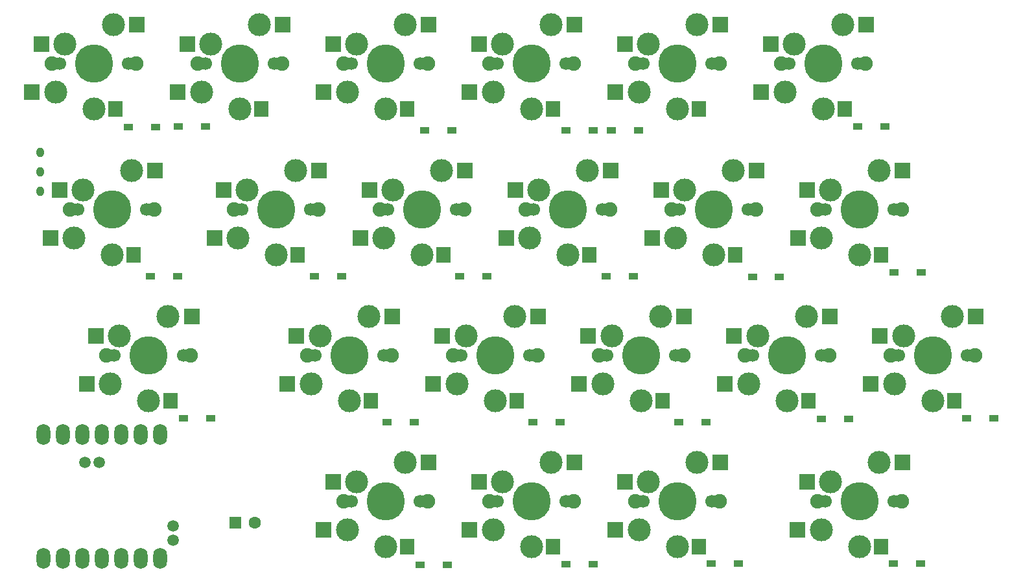
<source format=gbr>
%TF.GenerationSoftware,KiCad,Pcbnew,8.0.7*%
%TF.CreationDate,2025-01-09T22:13:58+09:00*%
%TF.ProjectId,cool937tb_L,636f6f6c-3933-4377-9462-5f4c2e6b6963,rev?*%
%TF.SameCoordinates,Original*%
%TF.FileFunction,Soldermask,Bot*%
%TF.FilePolarity,Negative*%
%FSLAX46Y46*%
G04 Gerber Fmt 4.6, Leading zero omitted, Abs format (unit mm)*
G04 Created by KiCad (PCBNEW 8.0.7) date 2025-01-09 22:13:58*
%MOMM*%
%LPD*%
G01*
G04 APERTURE LIST*
%ADD10C,1.900000*%
%ADD11C,1.700000*%
%ADD12C,3.000000*%
%ADD13C,5.000000*%
%ADD14R,2.000000X2.000000*%
%ADD15R,1.900000X2.000000*%
%ADD16R,1.300000X0.950000*%
%ADD17O,1.000000X1.300000*%
%ADD18R,1.600000X1.600000*%
%ADD19C,1.600000*%
%ADD20O,1.800000X2.750000*%
%ADD21C,1.500000*%
G04 APERTURE END LIST*
D10*
%TO.C,SW22*%
X104037500Y-38100000D03*
D11*
X104457500Y-38100000D03*
D12*
X104537500Y-41800000D03*
D11*
X105037500Y-38100000D03*
D12*
X105727500Y-35560000D03*
D13*
X109537500Y-38100000D03*
D12*
X109537500Y-44000000D03*
X112077500Y-33020000D03*
D11*
X114037500Y-38100000D03*
X114617500Y-38100000D03*
D10*
X115037500Y-38100000D03*
D14*
X101437500Y-41800000D03*
X102637500Y-35560000D03*
D15*
X112337500Y-44000000D03*
D14*
X115137500Y-33020000D03*
%TD*%
D16*
%TO.C,D1*%
X4475000Y-8220000D03*
X8025000Y-8220000D03*
%TD*%
D10*
%TO.C,SW14*%
X56412500Y-19050000D03*
D11*
X56832500Y-19050000D03*
D12*
X56912500Y-22750000D03*
D11*
X57412500Y-19050000D03*
D12*
X58102500Y-16510000D03*
D13*
X61912500Y-19050000D03*
D12*
X61912500Y-24950000D03*
X64452500Y-13970000D03*
D11*
X66412500Y-19050000D03*
X66992500Y-19050000D03*
D10*
X67412500Y-19050000D03*
D14*
X53812500Y-22750000D03*
X55012500Y-16510000D03*
D15*
X64712500Y-24950000D03*
D14*
X67512500Y-13970000D03*
%TD*%
D16*
%TO.C,D19*%
X94975000Y-46330000D03*
X98525000Y-46330000D03*
%TD*%
D17*
%TO.C,SW23*%
X-6990000Y-16600000D03*
X-6990000Y-14100000D03*
X-6990000Y-11600000D03*
%TD*%
D10*
%TO.C,SW18*%
X75462500Y-19050000D03*
D11*
X75882500Y-19050000D03*
D12*
X75962500Y-22750000D03*
D11*
X76462500Y-19050000D03*
D12*
X77152500Y-16510000D03*
D13*
X80962500Y-19050000D03*
D12*
X80962500Y-24950000D03*
X83502500Y-13970000D03*
D11*
X85462500Y-19050000D03*
X86042500Y-19050000D03*
D10*
X86462500Y-19050000D03*
D14*
X72862500Y-22750000D03*
X74062500Y-16510000D03*
D15*
X83762500Y-24950000D03*
D14*
X86562500Y-13970000D03*
%TD*%
D10*
%TO.C,SW12*%
X70700000Y-57150000D03*
D11*
X71120000Y-57150000D03*
D12*
X71200000Y-60850000D03*
D11*
X71700000Y-57150000D03*
D12*
X72390000Y-54610000D03*
D13*
X76200000Y-57150000D03*
D12*
X76200000Y-63050000D03*
X78740000Y-52070000D03*
D11*
X80700000Y-57150000D03*
X81280000Y-57150000D03*
D10*
X81700000Y-57150000D03*
D14*
X68100000Y-60850000D03*
X69300000Y-54610000D03*
D15*
X79000000Y-63050000D03*
D14*
X81800000Y-52070000D03*
%TD*%
D16*
%TO.C,D6*%
X28765000Y-27720000D03*
X32315000Y-27720000D03*
%TD*%
%TO.C,D13*%
X61655000Y-8690000D03*
X65205000Y-8690000D03*
%TD*%
D10*
%TO.C,SW19*%
X84987500Y-38100000D03*
D11*
X85407500Y-38100000D03*
D12*
X85487500Y-41800000D03*
D11*
X85987500Y-38100000D03*
D12*
X86677500Y-35560000D03*
D13*
X90487500Y-38100000D03*
D12*
X90487500Y-44000000D03*
X93027500Y-33020000D03*
D11*
X94987500Y-38100000D03*
X95567500Y-38100000D03*
D10*
X95987500Y-38100000D03*
D14*
X82387500Y-41800000D03*
X83587500Y-35560000D03*
D15*
X93287500Y-44000000D03*
D14*
X96087500Y-33020000D03*
%TD*%
D10*
%TO.C,SW1*%
X-5500000Y0D03*
D11*
X-5080000Y0D03*
D12*
X-5000000Y-3700000D03*
D11*
X-4500000Y0D03*
D12*
X-3810000Y2540000D03*
D13*
X0Y0D03*
D12*
X0Y-5900000D03*
X2540000Y5080000D03*
D11*
X4500000Y0D03*
X5080000Y0D03*
D10*
X5500000Y0D03*
D14*
X-8100000Y-3700000D03*
X-6900000Y2540000D03*
D15*
X2800000Y-5900000D03*
D14*
X5600000Y5080000D03*
%TD*%
D16*
%TO.C,D10*%
X47775000Y-27690000D03*
X51325000Y-27690000D03*
%TD*%
D10*
%TO.C,SW13*%
X51650000Y0D03*
D11*
X52070000Y0D03*
D12*
X52150000Y-3700000D03*
D11*
X52650000Y0D03*
D12*
X53340000Y2540000D03*
D13*
X57150000Y0D03*
D12*
X57150000Y-5900000D03*
X59690000Y5080000D03*
D11*
X61650000Y0D03*
X62230000Y0D03*
D10*
X62650000Y0D03*
D14*
X49050000Y-3700000D03*
X50250000Y2540000D03*
D15*
X59950000Y-5900000D03*
D14*
X62750000Y5080000D03*
%TD*%
D18*
%TO.C,J1*%
X18450000Y-59900000D03*
D19*
X20970000Y-59900000D03*
%TD*%
D16*
%TO.C,D22*%
X113935000Y-46280000D03*
X117485000Y-46280000D03*
%TD*%
D10*
%TO.C,SW10*%
X37362500Y-19050000D03*
D11*
X37782500Y-19050000D03*
D12*
X37862500Y-22750000D03*
D11*
X38362500Y-19050000D03*
D12*
X39052500Y-16510000D03*
D13*
X42862500Y-19050000D03*
D12*
X42862500Y-24950000D03*
X45402500Y-13970000D03*
D11*
X47362500Y-19050000D03*
X47942500Y-19050000D03*
D10*
X48362500Y-19050000D03*
D14*
X34762500Y-22750000D03*
X35962500Y-16510000D03*
D15*
X45662500Y-24950000D03*
D14*
X48462500Y-13970000D03*
%TD*%
D16*
%TO.C,D20*%
X104380000Y-65230000D03*
X107930000Y-65230000D03*
%TD*%
%TO.C,D14*%
X66885000Y-27760000D03*
X70435000Y-27760000D03*
%TD*%
%TO.C,D11*%
X57325000Y-46790000D03*
X60875000Y-46790000D03*
%TD*%
D10*
%TO.C,SW9*%
X32600000Y0D03*
D11*
X33020000Y0D03*
D12*
X33100000Y-3700000D03*
D11*
X33600000Y0D03*
D12*
X34290000Y2540000D03*
D13*
X38100000Y0D03*
D12*
X38100000Y-5900000D03*
X40640000Y5080000D03*
D11*
X42600000Y0D03*
X43180000Y0D03*
D10*
X43600000Y0D03*
D14*
X30000000Y-3700000D03*
X31200000Y2540000D03*
D15*
X40900000Y-5900000D03*
D14*
X43700000Y5080000D03*
%TD*%
D16*
%TO.C,D8*%
X61605000Y-65360000D03*
X65155000Y-65360000D03*
%TD*%
D10*
%TO.C,SW15*%
X65937500Y-38100000D03*
D11*
X66357500Y-38100000D03*
D12*
X66437500Y-41800000D03*
D11*
X66937500Y-38100000D03*
D12*
X67627500Y-35560000D03*
D13*
X71437500Y-38100000D03*
D12*
X71437500Y-44000000D03*
X73977500Y-33020000D03*
D11*
X75937500Y-38100000D03*
X76517500Y-38100000D03*
D10*
X76937500Y-38100000D03*
D14*
X63337500Y-41800000D03*
X64537500Y-35560000D03*
D15*
X74237500Y-44000000D03*
D14*
X77037500Y-33020000D03*
%TD*%
D10*
%TO.C,SW20*%
X94500000Y-57150000D03*
D11*
X94920000Y-57150000D03*
D12*
X95000000Y-60850000D03*
D11*
X95500000Y-57150000D03*
D12*
X96190000Y-54610000D03*
D13*
X100000000Y-57150000D03*
D12*
X100000000Y-63050000D03*
X102540000Y-52070000D03*
D11*
X104500000Y-57150000D03*
X105080000Y-57150000D03*
D10*
X105500000Y-57150000D03*
D14*
X91900000Y-60850000D03*
X93100000Y-54610000D03*
D15*
X102800000Y-63050000D03*
D14*
X105600000Y-52070000D03*
%TD*%
D10*
%TO.C,SW11*%
X46887500Y-38100000D03*
D11*
X47307500Y-38100000D03*
D12*
X47387500Y-41800000D03*
D11*
X47887500Y-38100000D03*
D12*
X48577500Y-35560000D03*
D13*
X52387500Y-38100000D03*
D12*
X52387500Y-44000000D03*
X54927500Y-33020000D03*
D11*
X56887500Y-38100000D03*
X57467500Y-38100000D03*
D10*
X57887500Y-38100000D03*
D14*
X44287500Y-41800000D03*
X45487500Y-35560000D03*
D15*
X55187500Y-44000000D03*
D14*
X57987500Y-33020000D03*
%TD*%
D10*
%TO.C,SW16*%
X89750000Y0D03*
D11*
X90170000Y0D03*
D12*
X90250000Y-3700000D03*
D11*
X90750000Y0D03*
D12*
X91440000Y2540000D03*
D13*
X95250000Y0D03*
D12*
X95250000Y-5900000D03*
X97790000Y5080000D03*
D11*
X99750000Y0D03*
X100330000Y0D03*
D10*
X100750000Y0D03*
D14*
X87150000Y-3700000D03*
X88350000Y2540000D03*
D15*
X98050000Y-5900000D03*
D14*
X100850000Y5080000D03*
%TD*%
D16*
%TO.C,D15*%
X76405000Y-46770000D03*
X79955000Y-46770000D03*
%TD*%
D10*
%TO.C,SW5*%
X13550000Y0D03*
D11*
X13970000Y0D03*
D12*
X14050000Y-3700000D03*
D11*
X14550000Y0D03*
D12*
X15240000Y2540000D03*
D13*
X19050000Y0D03*
D12*
X19050000Y-5900000D03*
X21590000Y5080000D03*
D11*
X23550000Y0D03*
X24130000Y0D03*
D10*
X24550000Y0D03*
D14*
X10950000Y-3700000D03*
X12150000Y2540000D03*
D15*
X21850000Y-5900000D03*
D14*
X24650000Y5080000D03*
%TD*%
D16*
%TO.C,D3*%
X11645000Y-46300000D03*
X15195000Y-46300000D03*
%TD*%
D10*
%TO.C,SW4*%
X32600000Y-57150000D03*
D11*
X33020000Y-57150000D03*
D12*
X33100000Y-60850000D03*
D11*
X33600000Y-57150000D03*
D12*
X34290000Y-54610000D03*
D13*
X38100000Y-57150000D03*
D12*
X38100000Y-63050000D03*
X40640000Y-52070000D03*
D11*
X42600000Y-57150000D03*
X43180000Y-57150000D03*
D10*
X43600000Y-57150000D03*
D14*
X30000000Y-60850000D03*
X31200000Y-54610000D03*
D15*
X40900000Y-63050000D03*
D14*
X43700000Y-52070000D03*
%TD*%
D10*
%TO.C,SW17*%
X70700000Y0D03*
D11*
X71120000Y0D03*
D12*
X71200000Y-3700000D03*
D11*
X71700000Y0D03*
D12*
X72390000Y2540000D03*
D13*
X76200000Y0D03*
D12*
X76200000Y-5900000D03*
X78740000Y5080000D03*
D11*
X80700000Y0D03*
X81280000Y0D03*
D10*
X81700000Y0D03*
D14*
X68100000Y-3700000D03*
X69300000Y2540000D03*
D15*
X79000000Y-5900000D03*
D14*
X81800000Y5080000D03*
%TD*%
D16*
%TO.C,D12*%
X80635000Y-65260000D03*
X84185000Y-65260000D03*
%TD*%
%TO.C,D5*%
X11025000Y-8210000D03*
X14575000Y-8210000D03*
%TD*%
%TO.C,D18*%
X85975000Y-27810000D03*
X89525000Y-27810000D03*
%TD*%
D10*
%TO.C,SW6*%
X18312500Y-19050000D03*
D11*
X18732500Y-19050000D03*
D12*
X18812500Y-22750000D03*
D11*
X19312500Y-19050000D03*
D12*
X20002500Y-16510000D03*
D13*
X23812500Y-19050000D03*
D12*
X23812500Y-24950000D03*
X26352500Y-13970000D03*
D11*
X28312500Y-19050000D03*
X28892500Y-19050000D03*
D10*
X29312500Y-19050000D03*
D14*
X15712500Y-22750000D03*
X16912500Y-16510000D03*
D15*
X26612500Y-24950000D03*
D14*
X29412500Y-13970000D03*
%TD*%
D10*
%TO.C,SW21*%
X94512500Y-19050000D03*
D11*
X94932500Y-19050000D03*
D12*
X95012500Y-22750000D03*
D11*
X95512500Y-19050000D03*
D12*
X96202500Y-16510000D03*
D13*
X100012500Y-19050000D03*
D12*
X100012500Y-24950000D03*
X102552500Y-13970000D03*
D11*
X104512500Y-19050000D03*
X105092500Y-19050000D03*
D10*
X105512500Y-19050000D03*
D14*
X91912500Y-22750000D03*
X93112500Y-16510000D03*
D15*
X102812500Y-24950000D03*
D14*
X105612500Y-13970000D03*
%TD*%
D10*
%TO.C,SW3*%
X1643750Y-38100000D03*
D11*
X2063750Y-38100000D03*
D12*
X2143750Y-41800000D03*
D11*
X2643750Y-38100000D03*
D12*
X3333750Y-35560000D03*
D13*
X7143750Y-38100000D03*
D12*
X7143750Y-44000000D03*
X9683750Y-33020000D03*
D11*
X11643750Y-38100000D03*
X12223750Y-38100000D03*
D10*
X12643750Y-38100000D03*
D14*
X-956250Y-41800000D03*
X243750Y-35560000D03*
D15*
X9943750Y-44000000D03*
D14*
X12743750Y-33020000D03*
%TD*%
D16*
%TO.C,D4*%
X42615000Y-65420000D03*
X46165000Y-65420000D03*
%TD*%
D10*
%TO.C,SW2*%
X-3118750Y-19050000D03*
D11*
X-2698750Y-19050000D03*
D12*
X-2618750Y-22750000D03*
D11*
X-2118750Y-19050000D03*
D12*
X-1428750Y-16510000D03*
D13*
X2381250Y-19050000D03*
D12*
X2381250Y-24950000D03*
X4921250Y-13970000D03*
D11*
X6881250Y-19050000D03*
X7461250Y-19050000D03*
D10*
X7881250Y-19050000D03*
D14*
X-5718750Y-22750000D03*
X-4518750Y-16510000D03*
D15*
X5181250Y-24950000D03*
D14*
X7981250Y-13970000D03*
%TD*%
D16*
%TO.C,D16*%
X99705000Y-8160000D03*
X103255000Y-8160000D03*
%TD*%
%TO.C,D2*%
X7375000Y-27730000D03*
X10925000Y-27730000D03*
%TD*%
%TO.C,D21*%
X104455000Y-27210000D03*
X108005000Y-27210000D03*
%TD*%
D10*
%TO.C,SW8*%
X51650000Y-57150000D03*
D11*
X52070000Y-57150000D03*
D12*
X52150000Y-60850000D03*
D11*
X52650000Y-57150000D03*
D12*
X53340000Y-54610000D03*
D13*
X57150000Y-57150000D03*
D12*
X57150000Y-63050000D03*
X59690000Y-52070000D03*
D11*
X61650000Y-57150000D03*
X62230000Y-57150000D03*
D10*
X62650000Y-57150000D03*
D14*
X49050000Y-60850000D03*
X50250000Y-54610000D03*
D15*
X59950000Y-63050000D03*
D14*
X62750000Y-52070000D03*
%TD*%
D16*
%TO.C,D17*%
X67595000Y-8700000D03*
X71145000Y-8700000D03*
%TD*%
%TO.C,D9*%
X43145000Y-8680000D03*
X46695000Y-8680000D03*
%TD*%
D10*
%TO.C,SW7*%
X27837500Y-38100000D03*
D11*
X28257500Y-38100000D03*
D12*
X28337500Y-41800000D03*
D11*
X28837500Y-38100000D03*
D12*
X29527500Y-35560000D03*
D13*
X33337500Y-38100000D03*
D12*
X33337500Y-44000000D03*
X35877500Y-33020000D03*
D11*
X37837500Y-38100000D03*
X38417500Y-38100000D03*
D10*
X38837500Y-38100000D03*
D14*
X25237500Y-41800000D03*
X26437500Y-35560000D03*
D15*
X36137500Y-44000000D03*
D14*
X38937500Y-33020000D03*
%TD*%
D16*
%TO.C,D7*%
X38245000Y-46760000D03*
X41795000Y-46760000D03*
%TD*%
D20*
%TO.C,U1*%
X-6600000Y-48350000D03*
X-4060000Y-48350000D03*
X-1520000Y-48350000D03*
X1020000Y-48350000D03*
X3560000Y-48350000D03*
X6100000Y-48350000D03*
X8640000Y-48350000D03*
X8640000Y-64590000D03*
X6100000Y-64590000D03*
X3560000Y-64590000D03*
X1020000Y-64590000D03*
X-1520000Y-64590000D03*
X-4060000Y-64590000D03*
X-6600000Y-64590000D03*
D21*
X10332000Y-60305400D03*
X10332000Y-62185000D03*
X703000Y-52025000D03*
X-1202000Y-52025000D03*
%TD*%
M02*

</source>
